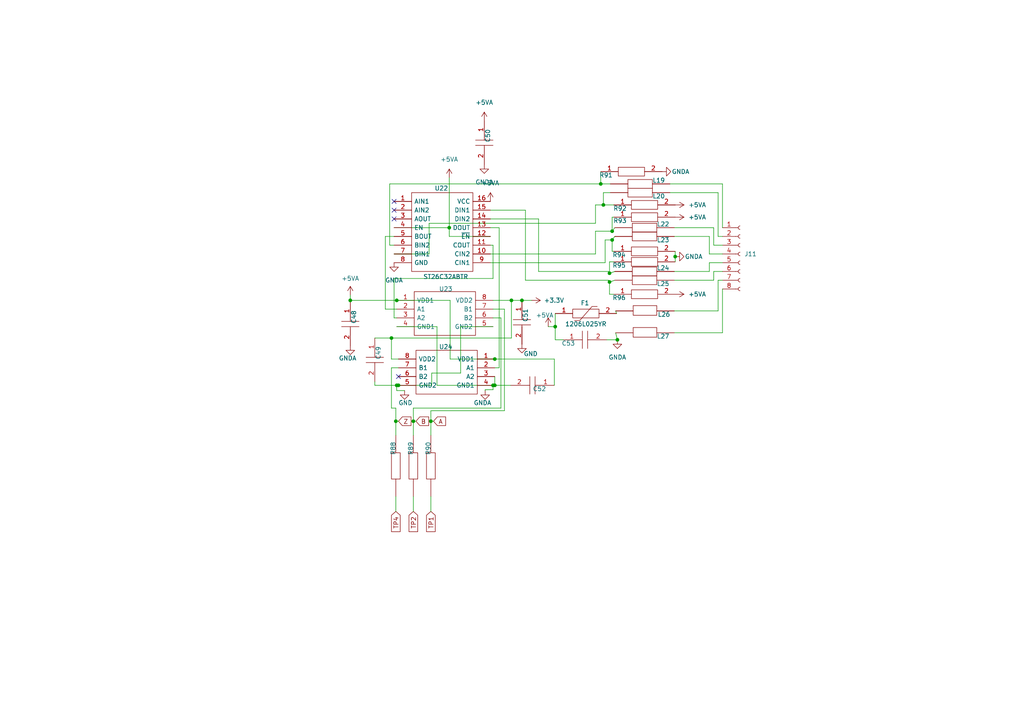
<source format=kicad_sch>
(kicad_sch (version 20230121) (generator eeschema)
  (paper "A4")
  (title_block (title "Encoder") (date "2023-02-24") (company "OPA Foundation"))
  (lib_symbols
    (symbol "1206L025YR:1206L025YR" (pin_names (offset 0.762))
      (property "Reference" "F" (at 13.97 6.35 0))
      (property "Value" "1206L025YR" (at 13.97 3.81 0))
      (symbol "1206L025YR_0_0"
        (pin passive line (at 0 0 0) (length 5.08) (name "~") (number "1"))
        (pin passive line (at 17.78 0 180) (length 5.08) (name "~") (number "2"))
      )
    )
    (symbol "BLM15HG102SN1D:BLM15HG102SN1D" (pin_numbers hide) (pin_names (offset 0.762) hide)
      (property "Reference" "FB?" (at 16.51 0.0001 0))
      (property "Value" "BLM15HG102SN1D" (at 16.51 -2.5399 0))
      (symbol "BLM15HG102SN1D_0_0"
        (pin passive line (at 0 0 0) (length 5.08) (name "1") (number "1"))
        (pin passive line (at 17.272 0 180) (length 5.08) (name "2") (number "2"))
      )
    )
    (symbol "BLM15HG102SN1D_1" (pin_numbers hide) (pin_names (offset 0.762) hide)
      (property "Reference" "FB?" (at 16.51 0.0001 0))
      (property "Value" "BLM15HG102SN1D_1" (at 16.51 -2.5399 0))
      (symbol "BLM15HG102SN1D_1_0_0"
        (pin passive line (at 0 0 0) (length 5.08) (name "1") (number "1"))
        (pin passive line (at 17.272 0 180) (length 5.08) (name "2") (number "2"))
      )
    )
    (symbol "BLM15HG102SN1D_2" (pin_numbers hide) (pin_names (offset 0.762) hide)
      (property "Reference" "FB?" (at 16.51 0.0001 0))
      (property "Value" "BLM15HG102SN1D_2" (at 16.51 -2.5399 0))
      (symbol "BLM15HG102SN1D_2_0_0"
        (pin passive line (at 0 0 0) (length 5.08) (name "1") (number "1"))
        (pin passive line (at 17.272 0 180) (length 5.08) (name "2") (number "2"))
      )
    )
    (symbol "BLM15HG102SN1D_3" (pin_numbers hide) (pin_names (offset 0.762) hide)
      (property "Reference" "FB?" (at 16.51 0.0001 0))
      (property "Value" "BLM15HG102SN1D_3" (at 16.51 -2.5399 0))
      (symbol "BLM15HG102SN1D_3_0_0"
        (pin passive line (at 0 0 0) (length 5.08) (name "1") (number "1"))
        (pin passive line (at 17.272 0 180) (length 5.08) (name "2") (number "2"))
      )
    )
    (symbol "BLM15HG102SN1D_4" (pin_numbers hide) (pin_names (offset 0.762) hide)
      (property "Reference" "FB?" (at 16.51 0.0001 0))
      (property "Value" "BLM15HG102SN1D_4" (at 16.51 -2.5399 0))
      (symbol "BLM15HG102SN1D_4_0_0"
        (pin passive line (at 0 0 0) (length 5.08) (name "1") (number "1"))
        (pin passive line (at 17.272 0 180) (length 5.08) (name "2") (number "2"))
      )
    )
    (symbol "BLM15HG102SN1D_5" (pin_numbers hide) (pin_names (offset 0.762) hide)
      (property "Reference" "FB?" (at 16.51 0.0001 0))
      (property "Value" "BLM15HG102SN1D_5" (at 16.51 -2.5399 0))
      (symbol "BLM15HG102SN1D_5_0_0"
        (pin passive line (at 0 0 0) (length 5.08) (name "1") (number "1"))
        (pin passive line (at 17.272 0 180) (length 5.08) (name "2") (number "2"))
      )
    )
    (symbol "Connector:Conn_01x08_Female" (pin_names (offset 1.016) hide)
      (property "Reference" "J" (at 0 10.16 0))
      (property "Value" "Conn_01x08_Female" (at 0 -12.7 0))
      (symbol "Conn_01x08_Female_1_1"
        (pin passive line (at -5.08 7.62 0) (length 3.81) (name "Pin_1") (number "1"))
        (pin passive line (at -5.08 5.08 0) (length 3.81) (name "Pin_2") (number "2"))
        (pin passive line (at -5.08 2.54 0) (length 3.81) (name "Pin_3") (number "3"))
        (pin passive line (at -5.08 0 0) (length 3.81) (name "Pin_4") (number "4"))
        (pin passive line (at -5.08 -2.54 0) (length 3.81) (name "Pin_5") (number "5"))
        (pin passive line (at -5.08 -5.08 0) (length 3.81) (name "Pin_6") (number "6"))
        (pin passive line (at -5.08 -7.62 0) (length 3.81) (name "Pin_7") (number "7"))
        (pin passive line (at -5.08 -10.16 0) (length 3.81) (name "Pin_8") (number "8"))
      )
    )
    (symbol "ERJ-3EKF1001V:ERJ-3EKF1001V" (pin_names (offset 0.762))
      (property "Reference" "R" (at 13.97 6.35 0))
      (property "Value" "ERJ-3EKF1001V" (at 13.97 3.81 0))
      (symbol "ERJ-3EKF1001V_0_0"
        (pin passive line (at 0 0 0) (length 5.08) (name "~") (number "1"))
        (pin passive line (at 17.78 0 180) (length 5.08) (name "~") (number "2"))
      )
    )
    (symbol "GRM155R71H104KE14D:GRM155R71H104KE14D" (pin_names (offset 0.762))
      (property "Reference" "C" (at 8.89 6.35 0))
      (property "Value" "GRM155R71H104KE14D" (at 8.89 3.81 0))
      (symbol "GRM155R71H104KE14D_0_0"
        (pin passive line (at 0 0 0) (length 5.08) (name "~") (number "1"))
        (pin passive line (at 12.7 0 180) (length 5.08) (name "~") (number "2"))
      )
    )
    (symbol "MPZ2012S331AT:MPZ2012S331AT" (pin_numbers hide) (pin_names (offset 0.762) hide)
      (property "Reference" "FB?" (at 16.51 0.0001 0))
      (property "Value" "MPZ2012S331AT" (at 16.51 -2.5399 0))
      (symbol "MPZ2012S331AT_0_0"
        (pin passive line (at 0 0 0) (length 5.08) (name "1") (number "1"))
        (pin passive line (at 17.018 0 180) (length 5.08) (name "2") (number "2"))
      )
    )
    (symbol "MPZ2012S331AT_1" (pin_numbers hide) (pin_names (offset 0.762) hide)
      (property "Reference" "FB?" (at 16.51 0.0001 0))
      (property "Value" "MPZ2012S331AT_1" (at 16.51 -2.5399 0))
      (symbol "MPZ2012S331AT_1_0_0"
        (pin passive line (at 0 0 0) (length 5.08) (name "1") (number "1"))
        (pin passive line (at 17.018 0 180) (length 5.08) (name "2") (number "2"))
      )
    )
    (symbol "RC0603JR-070RL:RC0603JR-070RL" (pin_numbers hide) (pin_names (offset 0.762) hide)
      (property "Reference" "R" (at 13.97 6.35 0))
      (property "Value" "RC0603JR-070RL" (at 13.97 3.81 0))
      (symbol "RC0603JR-070RL_0_0"
        (pin passive line (at 0 0 0) (length 5.08) (name "~") (number "1"))
        (pin passive line (at 17.78 0 180) (length 5.08) (name "~") (number "2"))
      )
    )
    (symbol "RC0603JR-070RL_1" (pin_numbers hide) (pin_names (offset 0.762) hide)
      (property "Reference" "R" (at 13.97 6.35 0))
      (property "Value" "RC0603JR-070RL_1" (at 13.97 3.81 0))
      (symbol "RC0603JR-070RL_1_0_0"
        (pin passive line (at 0 0 0) (length 5.08) (name "~") (number "1"))
        (pin passive line (at 17.78 0 180) (length 5.08) (name "~") (number "2"))
      )
    )
    (symbol "RC0603JR-070RL_2" (pin_numbers hide) (pin_names (offset 0.762) hide)
      (property "Reference" "R" (at 13.97 6.35 0))
      (property "Value" "RC0603JR-070RL_2" (at 13.97 3.81 0))
      (symbol "RC0603JR-070RL_2_0_0"
        (pin passive line (at 0 0 0) (length 5.08) (name "~") (number "1"))
        (pin passive line (at 17.78 0 180) (length 5.08) (name "~") (number "2"))
      )
    )
    (symbol "SI8620BB-B-ISR:SI8620BB-B-ISR" (pin_names (offset 0.762))
      (property "Reference" "AT" (at 24.13 7.62 0))
      (property "Value" "SI8620BB-B-ISR" (at 24.13 5.08 0))
      (symbol "SI8620BB-B-ISR_0_0"
        (pin passive line (at 0 0 0) (length 5.08) (name "VDD1") (number "1"))
        (pin passive line (at 0 -2.54 0) (length 5.08) (name "A1") (number "2"))
        (pin passive line (at 0 -5.08 0) (length 5.08) (name "A2") (number "3"))
        (pin passive line (at 0 -7.62 0) (length 5.08) (name "GND1") (number "4"))
        (pin passive line (at 27.94 -7.62 180) (length 5.08) (name "GND2") (number "5"))
        (pin passive line (at 27.94 -5.08 180) (length 5.08) (name "B2") (number "6"))
        (pin passive line (at 27.94 -2.54 180) (length 5.08) (name "B1") (number "7"))
        (pin passive line (at 27.94 0 180) (length 5.08) (name "VDD2") (number "8"))
      )
    )
    (symbol "ST26C32ABTR:ST26C32ABTR" (pin_names (offset 0.762))
      (property "Reference" "IC" (at 24.13 7.62 0))
      (property "Value" "ST26C32ABTR" (at 24.13 5.08 0))
      (symbol "ST26C32ABTR_0_0"
        (pin passive line (at 0 0 0) (length 5.08) (name "AIN1") (number "1"))
        (pin passive line (at 27.94 -15.24 180) (length 5.08) (name "CIN2") (number "10"))
        (pin passive line (at 27.94 -12.7 180) (length 5.08) (name "COUT") (number "11"))
        (pin passive line (at 27.94 -10.16 180) (length 5.08) (name "~{EN}") (number "12"))
        (pin passive line (at 27.94 -7.62 180) (length 5.08) (name "DOUT") (number "13"))
        (pin passive line (at 27.94 -5.08 180) (length 5.08) (name "DIN2") (number "14"))
        (pin passive line (at 27.94 -2.54 180) (length 5.08) (name "DIN1") (number "15"))
        (pin passive line (at 27.94 0 180) (length 5.08) (name "VCC") (number "16"))
        (pin passive line (at 0 -2.54 0) (length 5.08) (name "AIN2") (number "2"))
        (pin passive line (at 0 -5.08 0) (length 5.08) (name "AOUT") (number "3"))
        (pin passive line (at 0 -7.62 0) (length 5.08) (name "EN") (number "4"))
        (pin passive line (at 0 -10.16 0) (length 5.08) (name "BOUT") (number "5"))
        (pin passive line (at 0 -12.7 0) (length 5.08) (name "BIN2") (number "6"))
        (pin passive line (at 0 -15.24 0) (length 5.08) (name "BIN1") (number "7"))
        (pin passive line (at 0 -17.78 0) (length 5.08) (name "GND") (number "8"))
        (pin passive line (at 27.94 -17.78 180) (length 5.08) (name "CIN1") (number "9"))
      )
    )
    (symbol "power:+3.3V" (power) (pin_names (offset 0))
      (property "Value" "+3.3V" (at 0 3.556 0))
      (symbol "+3.3V_1_1"
        (pin power_in line (at 0 0 90) (length 0) hide (name "+3.3V") (number "1"))
      )
    )
    (symbol "power:+5VA" (power) (pin_names (offset 0))
      (property "Value" "+5VA" (at 0 3.556 0))
      (symbol "+5VA_1_1"
        (pin power_in line (at 0 0 90) (length 0) hide (name "+5VA") (number "1"))
      )
    )
    (symbol "power:GND" (power) (pin_names (offset 0))
      (property "Value" "GND" (at 0 -3.81 0))
      (symbol "GND_1_1"
        (pin power_in line (at 0 0 270) (length 0) hide (name "GND") (number "1"))
      )
    )
    (symbol "power:GNDA" (power) (pin_names (offset 0))
      (property "Value" "GNDA" (at 0 -3.81 0))
      (symbol "GNDA_1_1"
        (pin power_in line (at 0 0 270) (length 0) hide (name "GNDA") (number "1"))
      )
    )
  )
  (junction (at 177.546 67.056))
  (junction (at 175.006 59.436))
  (junction (at 174.244 53.34))
  (junction (at 115.062 111.76))
  (junction (at 115.57 111.76))
  (junction (at 176.784 81.788))
  (junction (at 177.546 69.596))
  (junction (at 114.808 122.174))
  (junction (at 124.968 122.174))
  (junction (at 130.302 66.04))
  (junction (at 148.336 87.122))
  (junction (at 176.784 79.248))
  (junction (at 195.834 74.422))
  (junction (at 151.384 87.122))
  (junction (at 101.6 87.122))
  (junction (at 119.888 122.174))
  (junction (at 161.036 94.742))
  (junction (at 143.51 111.76))
  (junction (at 179.07 98.552))
  (junction (at 115.062 87.122))
  (junction (at 143.002 111.76))
  (junction (at 143.51 104.14))
  (junction (at 113.538 98.044))
  (no_connect (at 115.57 109.22))
  (no_connect (at 114.3 58.42))
  (no_connect (at 114.3 60.96))
  (no_connect (at 114.3 63.5))
  (wire (pts (xy 113.03 53.34) (xy 174.244 53.34)))
  (wire (pts (xy 125.222 108.204) (xy 125.222 111.76)))
  (wire (pts (xy 176.784 81.788) (xy 178.308 81.28)))
  (wire (pts (xy 151.384 87.122) (xy 148.336 87.122)))
  (wire (pts (xy 124.968 122.174) (xy 125.73 122.174)))
  (wire (pts (xy 209.55 96.52) (xy 195.58 96.52)))
  (wire (pts (xy 130.302 68.58) (xy 130.302 66.04)))
  (wire (pts (xy 133.604 108.204) (xy 125.222 108.204)))
  (wire (pts (xy 114.808 118.364) (xy 114.808 122.174)))
  (wire (pts (xy 174.244 49.784) (xy 174.244 53.34)))
  (wire (pts (xy 108.712 111.76) (xy 115.062 111.76)))
  (wire (pts (xy 177.546 62.992) (xy 177.546 67.056)))
  (wire (pts (xy 148.336 87.122) (xy 143.002 87.122)))
  (wire (pts (xy 207.01 66.04) (xy 207.01 71.12)))
  (wire (pts (xy 207.01 71.12) (xy 209.55 71.12)))
  (wire (pts (xy 176.53 81.28) (xy 176.784 81.788)))
  (wire (pts (xy 142.24 76.2) (xy 175.514 76.2)))
  (wire (pts (xy 115.57 111.76) (xy 115.062 111.76)))
  (wire (pts (xy 144.78 106.68) (xy 143.51 106.68)))
  (wire (pts (xy 143.51 104.14) (xy 160.782 104.14)))
  (wire (pts (xy 144.78 66.04) (xy 144.78 106.68)))
  (wire (pts (xy 142.24 73.66) (xy 172.72 73.66)))
  (wire (pts (xy 145.288 92.202) (xy 145.288 118.364)))
  (wire (pts (xy 194.31 53.34) (xy 209.55 53.34)))
  (wire (pts (xy 205.74 78.74) (xy 205.74 76.2)))
  (wire (pts (xy 172.72 59.436) (xy 175.006 59.436)))
  (wire (pts (xy 178.308 78.74) (xy 176.784 79.248)))
  (wire (pts (xy 148.336 98.044) (xy 148.336 87.122)))
  (wire (pts (xy 114.808 122.174) (xy 115.57 122.174)))
  (wire (pts (xy 146.304 89.662) (xy 146.304 119.126)))
  (wire (pts (xy 113.03 53.34) (xy 113.03 71.12)))
  (wire (pts (xy 205.74 73.66) (xy 209.55 73.66)))
  (wire (pts (xy 209.55 83.82) (xy 209.55 96.52)))
  (wire (pts (xy 178.562 96.52) (xy 179.07 98.552)))
  (wire (pts (xy 175.006 59.436) (xy 178.054 59.436)))
  (wire (pts (xy 175.514 69.596) (xy 177.546 69.596)))
  (wire (pts (xy 195.834 72.898) (xy 195.834 74.422)))
  (wire (pts (xy 205.74 76.2) (xy 209.55 76.2)))
  (wire (pts (xy 161.036 94.742) (xy 161.036 98.552)))
  (wire (pts (xy 195.834 74.422) (xy 195.834 75.946)))
  (wire (pts (xy 195.58 66.04) (xy 207.01 66.04)))
  (wire (pts (xy 178.054 72.898) (xy 177.546 72.898)))
  (wire (pts (xy 124.968 119.126) (xy 124.968 122.174)))
  (wire (pts (xy 178.054 62.992) (xy 177.546 62.992)))
  (wire (pts (xy 125.222 111.76) (xy 115.57 111.76)))
  (wire (pts (xy 101.6 87.122) (xy 115.062 87.122)))
  (wire (pts (xy 101.6 87.122) (xy 101.6 87.63)))
  (wire (pts (xy 177.546 67.056) (xy 178.308 66.04)))
  (wire (pts (xy 142.24 63.5) (xy 156.21 63.5)))
  (wire (pts (xy 143.002 92.202) (xy 145.288 92.202)))
  (wire (pts (xy 111.76 68.58) (xy 111.76 89.662)))
  (wire (pts (xy 124.46 73.66) (xy 114.3 73.66)))
  (wire (pts (xy 207.01 78.74) (xy 209.55 78.74)))
  (wire (pts (xy 172.72 64.77) (xy 124.46 64.77)))
  (wire (pts (xy 208.28 81.28) (xy 209.55 81.28)))
  (wire (pts (xy 111.76 89.662) (xy 115.062 89.662)))
  (wire (pts (xy 161.036 94.742) (xy 159.004 94.742)))
  (wire (pts (xy 176.53 78.74) (xy 156.21 78.74)))
  (wire (pts (xy 130.556 104.14) (xy 143.51 104.14)))
  (wire (pts (xy 178.816 90.932) (xy 178.562 90.17)))
  (wire (pts (xy 208.28 68.58) (xy 209.55 68.58)))
  (wire (pts (xy 113.538 98.044) (xy 148.336 98.044)))
  (wire (pts (xy 142.24 71.12) (xy 143.002 71.12)))
  (wire (pts (xy 176.784 75.946) (xy 178.054 75.946)))
  (wire (pts (xy 124.968 122.174) (xy 124.968 126.238)))
  (wire (pts (xy 115.57 106.68) (xy 113.538 106.68)))
  (wire (pts (xy 154.178 87.122) (xy 151.384 87.122)))
  (wire (pts (xy 130.302 51.562) (xy 130.302 66.04)))
  (wire (pts (xy 108.712 110.744) (xy 108.712 111.76)))
  (wire (pts (xy 208.28 55.88) (xy 208.28 68.58)))
  (wire (pts (xy 114.3 66.04) (xy 130.302 66.04)))
  (wire (pts (xy 177.546 69.596) (xy 178.308 68.58)))
  (wire (pts (xy 195.58 90.17) (xy 208.28 90.17)))
  (wire (pts (xy 115.062 113.284) (xy 115.062 111.76)))
  (wire (pts (xy 195.58 78.74) (xy 205.74 78.74)))
  (wire (pts (xy 113.03 71.12) (xy 114.3 71.12)))
  (wire (pts (xy 133.604 94.742) (xy 133.604 108.204)))
  (wire (pts (xy 205.74 68.58) (xy 205.74 73.66)))
  (wire (pts (xy 175.514 76.2) (xy 175.514 69.596)))
  (wire (pts (xy 124.968 144.018) (xy 124.968 148.336)))
  (wire (pts (xy 140.716 113.03) (xy 140.716 113.284)))
  (wire (pts (xy 114.808 144.018) (xy 114.808 148.336)))
  (wire (pts (xy 126.746 94.742) (xy 126.746 111.76)))
  (wire (pts (xy 108.712 98.044) (xy 113.538 98.044)))
  (wire (pts (xy 101.6 85.598) (xy 101.6 87.122)))
  (wire (pts (xy 146.304 119.126) (xy 124.968 119.126)))
  (wire (pts (xy 115.062 94.742) (xy 126.746 94.742)))
  (wire (pts (xy 176.784 75.946) (xy 176.784 79.248)))
  (wire (pts (xy 174.244 53.34) (xy 177.038 53.34)))
  (wire (pts (xy 209.55 53.34) (xy 209.55 66.04)))
  (wire (pts (xy 113.538 106.68) (xy 113.538 118.364)))
  (wire (pts (xy 143.51 111.76) (xy 148.082 111.76)))
  (wire (pts (xy 176.784 85.344) (xy 176.784 81.788)))
  (wire (pts (xy 119.888 122.174) (xy 119.888 126.238)))
  (wire (pts (xy 119.888 144.018) (xy 119.888 148.336)))
  (wire (pts (xy 126.746 111.76) (xy 143.002 111.76)))
  (wire (pts (xy 143.002 71.12) (xy 143.002 80.772)))
  (wire (pts (xy 194.31 55.88) (xy 208.28 55.88)))
  (wire (pts (xy 176.022 98.552) (xy 179.07 98.552)))
  (wire (pts (xy 172.72 67.056) (xy 177.546 67.056)))
  (wire (pts (xy 143.51 109.22) (xy 143.51 111.76)))
  (wire (pts (xy 114.808 122.174) (xy 114.808 126.238)))
  (wire (pts (xy 143.002 94.742) (xy 133.604 94.742)))
  (wire (pts (xy 124.46 64.77) (xy 124.46 73.66)))
  (wire (pts (xy 175.006 55.88) (xy 175.006 59.436)))
  (wire (pts (xy 208.28 90.17) (xy 208.28 81.28)))
  (wire (pts (xy 119.888 118.364) (xy 119.888 122.174)))
  (wire (pts (xy 117.348 113.284) (xy 115.062 113.284)))
  (wire (pts (xy 207.01 81.28) (xy 207.01 78.74)))
  (wire (pts (xy 113.538 98.044) (xy 113.538 104.14)))
  (wire (pts (xy 113.538 118.364) (xy 114.808 118.364)))
  (wire (pts (xy 114.3 80.772) (xy 114.3 92.202)))
  (wire (pts (xy 111.76 68.58) (xy 114.3 68.58)))
  (wire (pts (xy 143.002 111.76) (xy 143.002 113.03)))
  (wire (pts (xy 119.888 122.174) (xy 120.65 122.174)))
  (wire (pts (xy 143.002 89.662) (xy 146.304 89.662)))
  (wire (pts (xy 172.72 59.436) (xy 172.72 64.77)))
  (wire (pts (xy 161.036 90.932) (xy 161.036 94.742)))
  (wire (pts (xy 176.53 78.74) (xy 176.784 79.248)))
  (wire (pts (xy 160.782 111.76) (xy 160.782 104.14)))
  (wire (pts (xy 195.58 81.28) (xy 207.01 81.28)))
  (wire (pts (xy 177.038 55.88) (xy 175.006 55.88)))
  (wire (pts (xy 130.556 87.122) (xy 130.556 104.14)))
  (wire (pts (xy 142.24 60.96) (xy 152.4 60.96)))
  (wire (pts (xy 114.3 92.202) (xy 115.062 92.202)))
  (wire (pts (xy 152.4 60.96) (xy 152.4 81.28)))
  (wire (pts (xy 156.21 63.5) (xy 156.21 78.74)))
  (wire (pts (xy 172.72 73.66) (xy 172.72 67.056)))
  (wire (pts (xy 161.036 98.552) (xy 163.322 98.552)))
  (wire (pts (xy 140.716 113.03) (xy 143.002 113.03)))
  (wire (pts (xy 178.054 85.344) (xy 176.784 85.344)))
  (wire (pts (xy 142.24 66.04) (xy 144.78 66.04)))
  (wire (pts (xy 143.002 80.772) (xy 114.3 80.772)))
  (wire (pts (xy 177.546 69.596) (xy 177.546 72.898)))
  (wire (pts (xy 115.062 87.122) (xy 130.556 87.122)))
  (wire (pts (xy 145.288 118.364) (xy 119.888 118.364)))
  (wire (pts (xy 115.57 104.14) (xy 113.538 104.14)))
  (wire (pts (xy 195.58 68.58) (xy 205.74 68.58)))
  (wire (pts (xy 142.24 68.58) (xy 130.302 68.58)))
  (wire (pts (xy 143.002 111.76) (xy 143.51 111.76)))
  (wire (pts (xy 152.4 81.28) (xy 176.53 81.28)))
  (global_label "Z" (shape input) (at 115.57 122.174 0) (property "Intersheetrefs" "${INTERSHEET_REFS}" (effects hide)))
  (global_label "TP2" (shape input) (at 119.888 148.336 270) (property "Intersheetrefs" "${INTERSHEET_REFS}" (effects hide)))
  (global_label "B" (shape input) (at 120.65 122.174 0) (property "Intersheetrefs" "${INTERSHEET_REFS}" (effects hide)))
  (global_label "A" (shape input) (at 125.73 122.174 0) (property "Intersheetrefs" "${INTERSHEET_REFS}" (effects hide)))
  (global_label "TP4" (shape input) (at 114.808 148.336 270) (property "Intersheetrefs" "${INTERSHEET_REFS}" (effects hide)))
  (global_label "TP1" (shape input) (at 124.968 148.336 270) (property "Intersheetrefs" "${INTERSHEET_REFS}" (effects hide)))
  (symbol (lib_id "power:GND") (at 151.384 99.822 0) (unit 1)
    (property "Reference" "#PWR068" (effects hide))
    (property "Value" "GND" (at 153.924 102.616 0))
    (instances (project "OpenPLC_Hardware" (path "" (reference "#PWR070") (unit 1))))
  )
  (symbol (lib_id "power:GNDA") (at 195.834 74.422 90) (unit 1)
    (property "Reference" "#PWR075" (effects hide))
    (property "Value" "GNDA" (at 198.628 74.422 90) (effects (justify right)))
    (instances (project "OpenPLC_Hardware" (path "" (reference "#PWR0149") (unit 1))))
  )
  (symbol (lib_name "MPZ2012S331AT_1") (lib_id "MPZ2012S331AT:MPZ2012S331AT") (at 178.562 90.17 0) (unit 1)
    (property "Reference" "L19" (at 190.754 91.186 0) (effects (justify left)))
    (property "Value" "MPZ2012S331AT000" (effects hide))
    (property "Footprint" "footprints:INDC2012X105N" (effects hide))
    (property "Datasheet" "https://datasheet.datasheetarchive.com/originals/distributors/SFDatasheet-3/sf-00062318.pdf" (effects hide))
    (property "Description" "MPZ series 0805 SMD chip bead 330R 2.5A TDK High Current Chip Power Line Bead, 2 x 1.25 x 0.85mm" (effects hide))
    (property "Height" "1.05" (effects hide))
    (property "Manufacturer_Name" "TDK" (effects hide))
    (property "Manufacturer_Part_Number" "MPZ2012S331AT" (effects hide))
    (property "Mouser Part Number" "N/A" (effects hide))
    (property "Mouser Price/Stock" "http://www.mouser.com/Search/ProductDetail.aspx?qs=cdpe0LUyr8BsVfVjhc2Cow%3d%3d" (effects hide))
    (property "Arrow Part Number" "MPZ2012S331AT" (effects hide))
    (property "Arrow Price/Stock" "https://www.arrow.com/en/products/mpz2012s331at/tdk" (effects hide))
    (instances (project "OpenPLC_Hardware" (path "" (reference "L26") (unit 1))))
  )
  (symbol (lib_id "power:+5VA") (at 195.834 85.344 270) (unit 1)
    (property "Reference" "#PWR076" (effects hide))
    (property "Value" "+5VA" (at 199.644 85.3439 90) (effects (justify left)))
    (instances (project "OpenPLC_Hardware" (path "" (reference "#PWR0150") (unit 1))))
  )
  (symbol (lib_id "ST26C32ABTR:ST26C32ABTR") (at 114.3 58.42 0) (unit 1)
    (property "Reference" "U22" (at 128.016 54.61 0))
    (property "Value" "ST26C32ABTR" (at 129.286 80.264 0))
    (property "Footprint" "footprints:SOP65P640X120-16N" (effects hide))
    (property "Datasheet" "https://datasheet.datasheetarchive.com/originals/distributors/Datasheets-5/DSA-99407.pdf" (effects hide))
    (property "Description" "ST26C32ABTR, Quad Line Receiver, EIA-423, EIA-422, RS-423, RS-422, 20Mbit/s Differential 5 V 16-Pin TSSOP" (effects hide))
    (property "Height" "1.2" (effects hide))
    (property "Manufacturer_Name" "STMicroelectronics" (effects hide))
    (property "Manufacturer_Part_Number" "ST26C32ABTR" (effects hide))
    (property "Mouser Part Number" "511-ST26C32AB" (effects hide))
    (property "Mouser Price/Stock" "https://www.mouser.co.uk/ProductDetail/STMicroelectronics/ST26C32ABTR?qs=4MjE2YE1uWo9cNvuXIid3g%3D%3D" (effects hide))
    (property "Arrow Part Number" "ST26C32ABTR" (effects hide))
    (property "Arrow Price/Stock" "https://www.arrow.com/en/products/st26c32abtr/stmicroelectronics" (effects hide))
  )
  (symbol (lib_id "ERJ-3EKF1001V:ERJ-3EKF1001V") (at 178.054 75.946 0) (unit 1)
    (property "Reference" "R95" (at 179.578 76.962 0))
    (property "Value" "ERJ-3EKF1001V" (effects hide))
    (property "Footprint" "Resistor_SMD:R_0603_1608Metric" (effects hide))
    (property "Datasheet" "https://industrial.panasonic.com/cdbs/www-data/pdf/RDA0000/AOA0000C304.pdf" (effects hide))
    (property "Description" "Thick Film 0603 resistor 1K00 100mW 1% Panasonic ERJ3EK Series Precision Thick Film Surface Mount Resistor 0603 Case 1kOhm  /-1% 0.1W  /-100ppm/degC" (effects hide))
    (property "Height" "0.55" (effects hide))
    (property "Manufacturer_Name" "Panasonic" (effects hide))
    (property "Manufacturer_Part_Number" "ERJ-3EKF1001V" (effects hide))
    (property "Mouser Part Number" "667-ERJ-3EKF1001V" (effects hide))
    (property "Mouser Price/Stock" "https://www.mouser.co.uk/ProductDetail/Panasonic/ERJ-3EKF1001V?qs=H7k1u0Mp9JTM8yQxOuvoDg%3D%3D" (effects hide))
    (property "Arrow Part Number" "ERJ-3EKF1001V" (effects hide))
    (property "Arrow Price/Stock" "https://www.arrow.com/en/products/erj-3ekf1001v/panasonic?region=nac" (effects hide))
  )
  (symbol (lib_id "power:+5VA") (at 195.834 59.436 270) (unit 1)
    (property "Reference" "#PWR073" (effects hide))
    (property "Value" "+5VA" (at 199.644 59.4359 90) (effects (justify left)))
    (instances (project "OpenPLC_Hardware" (path "" (reference "#PWR075") (unit 1))))
  )
  (symbol (lib_name "BLM15HG102SN1D_2") (lib_id "BLM15HG102SN1D:BLM15HG102SN1D") (at 178.308 78.74 0) (unit 1)
    (property "Reference" "L26" (at 190.5 77.724 0) (effects (justify left)))
    (property "Value" "BLM15HG102SN1D" (effects hide))
    (property "Footprint" "footprints:BEADC1005X55N" (effects hide))
    (property "Datasheet" "https://www.murata.com/en-sg/products/productdetail?partno=BLM15HG102SN1%23" (effects hide))
    (property "Description" "Signal Line Ferrite Bead 0402 (1005 Metric) 250mA 1.1Ohm" (effects hide))
    (property "Height" "0.55" (effects hide))
    (property "Manufacturer_Name" "Murata Electronics" (effects hide))
    (property "Manufacturer_Part_Number" "BLM15HG102SN1D" (effects hide))
    (property "Mouser Part Number" "81-BLM15HG102SN1D" (effects hide))
    (property "Mouser Price/Stock" "https://www.mouser.co.uk/ProductDetail/Murata-Electronics/BLM15HG102SN1D?qs=0VEDk56ETTrZdRaCPp1njw%3D%3D" (effects hide))
    (property "Arrow Part Number" "BLM15HG102SN1D" (effects hide))
    (property "Arrow Price/Stock" "https://www.arrow.com/en/products/blm15hg102sn1d/murata-manufacturing?region=nac" (effects hide))
    (instances (project "OpenPLC_Hardware" (path "" (reference "L24") (unit 1))))
  )
  (symbol (lib_id "GRM155R71H104KE14D:GRM155R71H104KE14D") (at 101.6 87.63 90) (mirror x) (unit 1)
    (property "Reference" "C48" (at 102.616 91.948 0))
    (property "Value" "GRM155R71H104KE14D" (effects hide))
    (property "Footprint" "Capacitor_SMD:C_0402_1005Metric" (effects hide))
    (property "Datasheet" "https://datasheet.datasheetarchive.com/originals/distributors/DKDS-10/191322.pdf" (effects hide))
    (property "Description" "Multilayer Ceramic Capacitors MLCC - SMD/SMT 0402 0.1uF 50volts X7R 10%" (effects hide))
    (property "Height" "0.55" (effects hide))
    (property "Manufacturer_Name" "Murata Electronics" (effects hide))
    (property "Manufacturer_Part_Number" "GRM155R71H104KE14D" (effects hide))
    (property "Mouser Part Number" "81-GRM155R71H104KE4D" (effects hide))
    (property "Mouser Price/Stock" "https://www.mouser.co.uk/ProductDetail/Murata-Electronics/GRM155R71H104KE14D?qs=2UZY3JfgLCy9gG9icKV9Yg%3D%3D" (effects hide))
    (property "Arrow Part Number" "GRM155R71H104KE14D" (effects hide))
    (property "Arrow Price/Stock" "https://www.arrow.com/en/products/grm155r71h104ke14d/murata-manufacturing?region=nac" (effects hide))
  )
  (symbol (lib_id "GRM155R71H104KE14D:GRM155R71H104KE14D") (at 108.712 98.044 90) (mirror x) (unit 1)
    (property "Reference" "C49" (at 109.728 102.362 0))
    (property "Value" "GRM155R71H104KE14D" (effects hide))
    (property "Footprint" "Capacitor_SMD:C_0402_1005Metric" (effects hide))
    (property "Datasheet" "https://datasheet.datasheetarchive.com/originals/distributors/DKDS-10/191322.pdf" (effects hide))
    (property "Description" "Multilayer Ceramic Capacitors MLCC - SMD/SMT 0402 0.1uF 50volts X7R 10%" (effects hide))
    (property "Height" "0.55" (effects hide))
    (property "Manufacturer_Name" "Murata Electronics" (effects hide))
    (property "Manufacturer_Part_Number" "GRM155R71H104KE14D" (effects hide))
    (property "Mouser Part Number" "81-GRM155R71H104KE4D" (effects hide))
    (property "Mouser Price/Stock" "https://www.mouser.co.uk/ProductDetail/Murata-Electronics/GRM155R71H104KE14D?qs=2UZY3JfgLCy9gG9icKV9Yg%3D%3D" (effects hide))
    (property "Arrow Part Number" "GRM155R71H104KE14D" (effects hide))
    (property "Arrow Price/Stock" "https://www.arrow.com/en/products/grm155r71h104ke14d/murata-manufacturing?region=nac" (effects hide))
  )
  (symbol (lib_id "power:GNDA") (at 179.07 98.552 0) (unit 1)
    (property "Reference" "#PWR071" (effects hide))
    (property "Value" "GNDA" (at 179.07 103.632 0))
    (instances (project "OpenPLC_Hardware" (path "" (reference "#PWR073") (unit 1))))
  )
  (symbol (lib_id "1206L025YR:1206L025YR") (at 161.036 90.932 0) (unit 1)
    (property "Reference" "F1" (at 169.672 87.884 0))
    (property "Value" "1206L025YR" (at 169.926 93.98 0))
    (property "Footprint" "footprints:FUSC3216X100N" (effects hide))
    (property "Datasheet" "http://www.littelfuse.com/~/media/electronics/datasheets/resettable_ptcs/littelfuse_ptc_1206l_datasheet.pdf.pdf" (effects hide))
    (property "Description" "Resettable POLYFUSE 100A 16V Littelfuse 0.25A Surface Mount Resettable Fuse, 16 V dc" (effects hide))
    (property "Height" "1" (effects hide))
    (property "Manufacturer_Name" "LITTELFUSE" (effects hide))
    (property "Manufacturer_Part_Number" "1206L025YR" (effects hide))
    (property "Mouser Part Number" "576-1206L025YR" (effects hide))
    (property "Mouser Price/Stock" "https://www.mouser.co.uk/ProductDetail/Littelfuse/1206L025YR?qs=PWhpLWeW8wedgRREX8zxcg%3D%3D" (effects hide))
    (property "Arrow Part Number" "1206L025YR" (effects hide))
    (property "Arrow Price/Stock" "https://www.arrow.com/en/products/1206l025yr/littelfuse?region=europe" (effects hide))
  )
  (symbol (lib_id "power:GND") (at 117.348 113.284 0) (unit 1)
    (property "Reference" "#PWR063" (effects hide))
    (property "Value" "GND" (at 117.602 116.84 0))
    (instances (project "OpenPLC_Hardware" (path "" (reference "#PWR064") (unit 1))))
  )
  (symbol (lib_id "ERJ-3EKF1001V:ERJ-3EKF1001V") (at 174.244 49.784 0) (unit 1)
    (property "Reference" "R91" (at 175.768 50.8 0))
    (property "Value" "ERJ-3EKF1001V" (effects hide))
    (property "Footprint" "Resistor_SMD:R_0603_1608Metric" (effects hide))
    (property "Datasheet" "https://industrial.panasonic.com/cdbs/www-data/pdf/RDA0000/AOA0000C304.pdf" (effects hide))
    (property "Description" "Thick Film 0603 resistor 1K00 100mW 1% Panasonic ERJ3EK Series Precision Thick Film Surface Mount Resistor 0603 Case 1kOhm  /-1% 0.1W  /-100ppm/degC" (effects hide))
    (property "Height" "0.55" (effects hide))
    (property "Manufacturer_Name" "Panasonic" (effects hide))
    (property "Manufacturer_Part_Number" "ERJ-3EKF1001V" (effects hide))
    (property "Mouser Part Number" "667-ERJ-3EKF1001V" (effects hide))
    (property "Mouser Price/Stock" "https://www.mouser.co.uk/ProductDetail/Panasonic/ERJ-3EKF1001V?qs=H7k1u0Mp9JTM8yQxOuvoDg%3D%3D" (effects hide))
    (property "Arrow Part Number" "ERJ-3EKF1001V" (effects hide))
    (property "Arrow Price/Stock" "https://www.arrow.com/en/products/erj-3ekf1001v/panasonic?region=nac" (effects hide))
  )
  (symbol (lib_id "GRM155R71H104KE14D:GRM155R71H104KE14D") (at 140.462 35.052 90) (mirror x) (unit 1)
    (property "Reference" "C50" (at 141.478 39.37 0))
    (property "Value" "GRM155R71H104KE14D" (effects hide))
    (property "Footprint" "Capacitor_SMD:C_0402_1005Metric" (effects hide))
    (property "Datasheet" "https://datasheet.datasheetarchive.com/originals/distributors/DKDS-10/191322.pdf" (effects hide))
    (property "Description" "Multilayer Ceramic Capacitors MLCC - SMD/SMT 0402 0.1uF 50volts X7R 10%" (effects hide))
    (property "Height" "0.55" (effects hide))
    (property "Manufacturer_Name" "Murata Electronics" (effects hide))
    (property "Manufacturer_Part_Number" "GRM155R71H104KE14D" (effects hide))
    (property "Mouser Part Number" "81-GRM155R71H104KE4D" (effects hide))
    (property "Mouser Price/Stock" "https://www.mouser.co.uk/ProductDetail/Murata-Electronics/GRM155R71H104KE14D?qs=2UZY3JfgLCy9gG9icKV9Yg%3D%3D" (effects hide))
    (property "Arrow Part Number" "GRM155R71H104KE14D" (effects hide))
    (property "Arrow Price/Stock" "https://www.arrow.com/en/products/grm155r71h104ke14d/murata-manufacturing?region=nac" (effects hide))
  )
  (symbol (lib_id "ERJ-3EKF1001V:ERJ-3EKF1001V") (at 178.054 59.436 0) (unit 1)
    (property "Reference" "R92" (at 179.832 60.452 0))
    (property "Value" "ERJ-3EKF1001V" (effects hide))
    (property "Footprint" "Resistor_SMD:R_0603_1608Metric" (effects hide))
    (property "Datasheet" "https://industrial.panasonic.com/cdbs/www-data/pdf/RDA0000/AOA0000C304.pdf" (effects hide))
    (property "Description" "Thick Film 0603 resistor 1K00 100mW 1% Panasonic ERJ3EK Series Precision Thick Film Surface Mount Resistor 0603 Case 1kOhm  /-1% 0.1W  /-100ppm/degC" (effects hide))
    (property "Height" "0.55" (effects hide))
    (property "Manufacturer_Name" "Panasonic" (effects hide))
    (property "Manufacturer_Part_Number" "ERJ-3EKF1001V" (effects hide))
    (property "Mouser Part Number" "667-ERJ-3EKF1001V" (effects hide))
    (property "Mouser Price/Stock" "https://www.mouser.co.uk/ProductDetail/Panasonic/ERJ-3EKF1001V?qs=H7k1u0Mp9JTM8yQxOuvoDg%3D%3D" (effects hide))
    (property "Arrow Part Number" "ERJ-3EKF1001V" (effects hide))
    (property "Arrow Price/Stock" "https://www.arrow.com/en/products/erj-3ekf1001v/panasonic?region=nac" (effects hide))
  )
  (symbol (lib_id "SI8620BB-B-ISR:SI8620BB-B-ISR") (at 143.51 104.14 0) (mirror y) (unit 1)
    (property "Reference" "U24" (at 129.286 100.584 0))
    (property "Value" "SI8620BB-B-ISR" (effects hide))
    (property "Footprint" "footprints:SOIC127P600X175-8N" (effects hide))
    (property "Datasheet" "https://www.silabs.com/documents/public/data-sheets/si861x-2x-datasheet.pdf" (effects hide))
    (property "Description" "SILICON LABS - SI8620BB-B-ISR - Digital Isolator, 2 Channel, 8 ns, 2.5 V, 5.5 V, SOIC, 8 Pins" (effects hide))
    (property "Height" "1.75" (effects hide))
    (property "Manufacturer_Name" "Silicon Labs" (effects hide))
    (property "Manufacturer_Part_Number" "SI8620BB-B-ISR" (effects hide))
    (property "Mouser Part Number" "634-SI8620BB-B-ISR" (effects hide))
    (property "Mouser Price/Stock" "https://www.mouser.co.uk/ProductDetail/Silicon-Labs/SI8620BB-B-ISR?qs=j6MGy4L9yX3UqdNjYI%2FCRQ%3D%3D" (effects hide))
    (property "Arrow Part Number" "SI8620BB-B-ISR" (effects hide))
    (property "Arrow Price/Stock" "https://www.arrow.com/en/products/si8620bb-b-isr/silicon-labs" (effects hide))
  )
  (symbol (lib_id "ERJ-3EKF1001V:ERJ-3EKF1001V") (at 178.054 62.992 0) (unit 1)
    (property "Reference" "R93" (at 179.832 64.008 0))
    (property "Value" "ERJ-3EKF1001V" (effects hide))
    (property "Footprint" "Resistor_SMD:R_0603_1608Metric" (effects hide))
    (property "Datasheet" "https://industrial.panasonic.com/cdbs/www-data/pdf/RDA0000/AOA0000C304.pdf" (effects hide))
    (property "Description" "Thick Film 0603 resistor 1K00 100mW 1% Panasonic ERJ3EK Series Precision Thick Film Surface Mount Resistor 0603 Case 1kOhm  /-1% 0.1W  /-100ppm/degC" (effects hide))
    (property "Height" "0.55" (effects hide))
    (property "Manufacturer_Name" "Panasonic" (effects hide))
    (property "Manufacturer_Part_Number" "ERJ-3EKF1001V" (effects hide))
    (property "Mouser Part Number" "667-ERJ-3EKF1001V" (effects hide))
    (property "Mouser Price/Stock" "https://www.mouser.co.uk/ProductDetail/Panasonic/ERJ-3EKF1001V?qs=H7k1u0Mp9JTM8yQxOuvoDg%3D%3D" (effects hide))
    (property "Arrow Part Number" "ERJ-3EKF1001V" (effects hide))
    (property "Arrow Price/Stock" "https://www.arrow.com/en/products/erj-3ekf1001v/panasonic?region=nac" (effects hide))
  )
  (symbol (lib_id "MPZ2012S331AT:MPZ2012S331AT") (at 178.562 96.52 0) (unit 1)
    (property "Reference" "L20" (at 190.5 97.536 0) (effects (justify left)))
    (property "Value" "MPZ2012S331AT000" (effects hide))
    (property "Footprint" "footprints:INDC2012X105N" (effects hide))
    (property "Datasheet" "https://datasheet.datasheetarchive.com/originals/distributors/SFDatasheet-3/sf-00062318.pdf" (effects hide))
    (property "Description" "MPZ series 0805 SMD chip bead 330R 2.5A TDK High Current Chip Power Line Bead, 2 x 1.25 x 0.85mm" (effects hide))
    (property "Height" "1.05" (effects hide))
    (property "Manufacturer_Name" "TDK" (effects hide))
    (property "Manufacturer_Part_Number" "MPZ2012S331AT" (effects hide))
    (property "Mouser Part Number" "N/A" (effects hide))
    (property "Mouser Price/Stock" "http://www.mouser.com/Search/ProductDetail.aspx?qs=cdpe0LUyr8BsVfVjhc2Cow%3d%3d" (effects hide))
    (property "Arrow Part Number" "MPZ2012S331AT" (effects hide))
    (property "Arrow Price/Stock" "https://www.arrow.com/en/products/mpz2012s331at/tdk" (effects hide))
    (instances (project "OpenPLC_Hardware" (path "" (reference "L27") (unit 1))))
  )
  (symbol (lib_id "ERJ-3EKF1001V:ERJ-3EKF1001V") (at 178.054 72.898 0) (unit 1)
    (property "Reference" "R94" (at 179.578 73.914 0))
    (property "Value" "ERJ-3EKF1001V" (effects hide))
    (property "Footprint" "Resistor_SMD:R_0603_1608Metric" (effects hide))
    (property "Datasheet" "https://industrial.panasonic.com/cdbs/www-data/pdf/RDA0000/AOA0000C304.pdf" (effects hide))
    (property "Description" "Thick Film 0603 resistor 1K00 100mW 1% Panasonic ERJ3EK Series Precision Thick Film Surface Mount Resistor 0603 Case 1kOhm  /-1% 0.1W  /-100ppm/degC" (effects hide))
    (property "Height" "0.55" (effects hide))
    (property "Manufacturer_Name" "Panasonic" (effects hide))
    (property "Manufacturer_Part_Number" "ERJ-3EKF1001V" (effects hide))
    (property "Mouser Part Number" "667-ERJ-3EKF1001V" (effects hide))
    (property "Mouser Price/Stock" "https://www.mouser.co.uk/ProductDetail/Panasonic/ERJ-3EKF1001V?qs=H7k1u0Mp9JTM8yQxOuvoDg%3D%3D" (effects hide))
    (property "Arrow Part Number" "ERJ-3EKF1001V" (effects hide))
    (property "Arrow Price/Stock" "https://www.arrow.com/en/products/erj-3ekf1001v/panasonic?region=nac" (effects hide))
  )
  (symbol (lib_id "power:+5VA") (at 140.462 35.052 0) (unit 1)
    (property "Reference" "#PWR065" (effects hide))
    (property "Value" "+5VA" (at 140.462 29.718 0))
    (instances (project "OpenPLC_Hardware" (path "" (reference "#PWR066") (unit 1))))
  )
  (symbol (lib_id "Connector:Conn_01x08_Female") (at 214.63 73.66 0) (unit 1)
    (property "Reference" "J11" (at 215.9 73.6599 0) (effects (justify left)))
    (property "Value" "5441391" (effects hide))
    (property "Footprint" "footprints:SHDRRA8W83P0X350_1X8_2940X920X755P" (effects hide))
  )
  (symbol (lib_id "power:GNDA") (at 192.024 49.784 90) (unit 1)
    (property "Reference" "#PWR072" (effects hide))
    (property "Value" "GNDA" (at 194.818 49.784 90) (effects (justify right)))
    (instances (project "OpenPLC_Hardware" (path "" (reference "#PWR074") (unit 1))))
  )
  (symbol (lib_id "power:+5VA") (at 142.24 58.42 0) (unit 1)
    (property "Reference" "#PWR0233" (effects hide))
    (property "Value" "+5VA" (at 142.24 53.086 0))
    (instances (project "OpenPLC_Hardware" (path "" (reference "#PWR069") (unit 1))))
  )
  (symbol (lib_name "BLM15HG102SN1D_3") (lib_id "BLM15HG102SN1D:BLM15HG102SN1D") (at 178.308 68.58 0) (unit 1)
    (property "Reference" "L25" (at 190.5 69.596 0) (effects (justify left)))
    (property "Value" "BLM15HG102SN1D" (effects hide))
    (property "Footprint" "footprints:BEADC1005X55N" (effects hide))
    (property "Datasheet" "https://www.murata.com/en-sg/products/productdetail?partno=BLM15HG102SN1%23" (effects hide))
    (property "Description" "Signal Line Ferrite Bead 0402 (1005 Metric) 250mA 1.1Ohm" (effects hide))
    (property "Height" "0.55" (effects hide))
    (property "Manufacturer_Name" "Murata Electronics" (effects hide))
    (property "Manufacturer_Part_Number" "BLM15HG102SN1D" (effects hide))
    (property "Mouser Part Number" "81-BLM15HG102SN1D" (effects hide))
    (property "Mouser Price/Stock" "https://www.mouser.co.uk/ProductDetail/Murata-Electronics/BLM15HG102SN1D?qs=0VEDk56ETTrZdRaCPp1njw%3D%3D" (effects hide))
    (property "Arrow Part Number" "BLM15HG102SN1D" (effects hide))
    (property "Arrow Price/Stock" "https://www.arrow.com/en/products/blm15hg102sn1d/murata-manufacturing?region=nac" (effects hide))
    (instances (project "OpenPLC_Hardware" (path "" (reference "L23") (unit 1))))
  )
  (symbol (lib_id "power:GNDA") (at 114.3 76.2 0) (unit 1)
    (property "Reference" "#PWR0225" (effects hide))
    (property "Value" "GNDA" (at 114.3 81.28 0))
    (instances (project "OpenPLC_Hardware" (path "" (reference "#PWR063") (unit 1))))
  )
  (symbol (lib_id "power:+5VA") (at 195.834 62.992 270) (unit 1)
    (property "Reference" "#PWR074" (effects hide))
    (property "Value" "+5VA" (at 199.644 62.9919 90) (effects (justify left)))
    (instances (project "OpenPLC_Hardware" (path "" (reference "#PWR076") (unit 1))))
  )
  (symbol (lib_id "power:GNDA") (at 101.6 100.33 0) (unit 1)
    (property "Reference" "#PWR062" (effects hide))
    (property "Value" "GNDA" (at 100.838 103.886 0))
  )
  (symbol (lib_id "power:GNDA") (at 140.462 47.752 0) (unit 1)
    (property "Reference" "#PWR066" (effects hide))
    (property "Value" "GNDA" (at 140.462 52.832 0))
    (instances (project "OpenPLC_Hardware" (path "" (reference "#PWR067") (unit 1))))
  )
  (symbol (lib_id "GRM155R71H104KE14D:GRM155R71H104KE14D") (at 163.322 98.552 0) (mirror x) (unit 1)
    (property "Reference" "C53" (at 164.846 99.568 0))
    (property "Value" "GRM155R71H104KE14D" (effects hide))
    (property "Footprint" "Capacitor_SMD:C_0402_1005Metric" (effects hide))
    (property "Datasheet" "https://datasheet.datasheetarchive.com/originals/distributors/DKDS-10/191322.pdf" (effects hide))
    (property "Description" "Multilayer Ceramic Capacitors MLCC - SMD/SMT 0402 0.1uF 50volts X7R 10%" (effects hide))
    (property "Height" "0.55" (effects hide))
    (property "Manufacturer_Name" "Murata Electronics" (effects hide))
    (property "Manufacturer_Part_Number" "GRM155R71H104KE14D" (effects hide))
    (property "Mouser Part Number" "81-GRM155R71H104KE4D" (effects hide))
    (property "Mouser Price/Stock" "https://www.mouser.co.uk/ProductDetail/Murata-Electronics/GRM155R71H104KE14D?qs=2UZY3JfgLCy9gG9icKV9Yg%3D%3D" (effects hide))
    (property "Arrow Part Number" "GRM155R71H104KE14D" (effects hide))
    (property "Arrow Price/Stock" "https://www.arrow.com/en/products/grm155r71h104ke14d/murata-manufacturing?region=nac" (effects hide))
  )
  (symbol (lib_id "power:GNDA") (at 140.716 113.284 0) (unit 1)
    (property "Reference" "#PWR067" (effects hide))
    (property "Value" "GNDA" (at 139.954 116.84 0))
    (instances (project "OpenPLC_Hardware" (path "" (reference "#PWR068") (unit 1))))
  )
  (symbol (lib_name "RC0603JR-070RL_2") (lib_id "RC0603JR-070RL:RC0603JR-070RL") (at 119.888 126.238 90) (mirror x) (unit 1)
    (property "Reference" "R89" (at 119.126 130.048 0))
    (property "Value" "RC0603JR-070RL" (effects hide))
    (property "Footprint" "Resistor_SMD:R_0603_1608Metric" (effects hide))
    (property "Datasheet" "https://datasheet.datasheetarchive.com/originals/distributors/Datasheets_SAMA/902f9e387b938f871d31120f5fc1d65e.pdf" (effects hide))
    (property "Description" "YAGEO (PHYCOMP) - RC0603JR-070RL - RES, THICK FILM, 0R, 5%, 0.1W, 0603" (effects hide))
    (property "Height" "0.55" (effects hide))
    (property "Manufacturer_Name" "KEMET" (effects hide))
    (property "Manufacturer_Part_Number" "RC0603JR-070RL" (effects hide))
    (property "Mouser Part Number" "603-RC0603JR-070RL" (effects hide))
    (property "Mouser Price/Stock" "https://www.mouser.co.uk/ProductDetail/YAGEO/RC0603JR-070RL?qs=2cAdsCoAWRGWyPcuXgGiXQ%3D%3D" (effects hide))
  )
  (symbol (lib_name "BLM15HG102SN1D_1") (lib_id "BLM15HG102SN1D:BLM15HG102SN1D") (at 178.308 81.28 0) (unit 1)
    (property "Reference" "L27" (at 190.5 82.296 0) (effects (justify left)))
    (property "Value" "BLM15HG102SN1D" (effects hide))
    (property "Footprint" "footprints:BEADC1005X55N" (effects hide))
    (property "Datasheet" "https://www.murata.com/en-sg/products/productdetail?partno=BLM15HG102SN1%23" (effects hide))
    (property "Description" "Signal Line Ferrite Bead 0402 (1005 Metric) 250mA 1.1Ohm" (effects hide))
    (property "Height" "0.55" (effects hide))
    (property "Manufacturer_Name" "Murata Electronics" (effects hide))
    (property "Manufacturer_Part_Number" "BLM15HG102SN1D" (effects hide))
    (property "Mouser Part Number" "81-BLM15HG102SN1D" (effects hide))
    (property "Mouser Price/Stock" "https://www.mouser.co.uk/ProductDetail/Murata-Electronics/BLM15HG102SN1D?qs=0VEDk56ETTrZdRaCPp1njw%3D%3D" (effects hide))
    (property "Arrow Part Number" "BLM15HG102SN1D" (effects hide))
    (property "Arrow Price/Stock" "https://www.arrow.com/en/products/blm15hg102sn1d/murata-manufacturing?region=nac" (effects hide))
    (instances (project "OpenPLC_Hardware" (path "" (reference "L25") (unit 1))))
  )
  (symbol (lib_id "power:+5VA") (at 159.004 94.742 0) (unit 1)
    (property "Reference" "#PWR070" (effects hide))
    (property "Value" "+5VA" (at 157.988 91.44 0))
    (instances (project "OpenPLC_Hardware" (path "" (reference "#PWR072") (unit 1))))
  )
  (symbol (lib_id "power:+3.3V") (at 154.178 87.122 270) (unit 1)
    (property "Reference" "#PWR069" (effects hide))
    (property "Value" "+3.3V" (at 157.734 87.1219 90) (effects (justify left)))
    (instances (project "OpenPLC_Hardware" (path "" (reference "#PWR071") (unit 1))))
  )
  (symbol (lib_id "RC0603JR-070RL:RC0603JR-070RL") (at 114.808 126.238 90) (mirror x) (unit 1)
    (property "Reference" "R88" (at 114.046 130.048 0))
    (property "Value" "RC0603JR-070RL" (effects hide))
    (property "Footprint" "Resistor_SMD:R_0603_1608Metric" (effects hide))
    (property "Datasheet" "https://datasheet.datasheetarchive.com/originals/distributors/Datasheets_SAMA/902f9e387b938f871d31120f5fc1d65e.pdf" (effects hide))
    (property "Description" "YAGEO (PHYCOMP) - RC0603JR-070RL - RES, THICK FILM, 0R, 5%, 0.1W, 0603" (effects hide))
    (property "Height" "0.55" (effects hide))
    (property "Manufacturer_Name" "KEMET" (effects hide))
    (property "Manufacturer_Part_Number" "RC0603JR-070RL" (effects hide))
    (property "Mouser Part Number" "603-RC0603JR-070RL" (effects hide))
    (property "Mouser Price/Stock" "https://www.mouser.co.uk/ProductDetail/YAGEO/RC0603JR-070RL?qs=2cAdsCoAWRGWyPcuXgGiXQ%3D%3D" (effects hide))
  )
  (symbol (lib_id "GRM155R71H104KE14D:GRM155R71H104KE14D") (at 160.782 111.76 0) (mirror y) (unit 1)
    (property "Reference" "C52" (at 156.464 112.776 0))
    (property "Value" "GRM155R71H104KE14D" (effects hide))
    (property "Footprint" "Capacitor_SMD:C_0402_1005Metric" (effects hide))
    (property "Datasheet" "https://datasheet.datasheetarchive.com/originals/distributors/DKDS-10/191322.pdf" (effects hide))
    (property "Description" "Multilayer Ceramic Capacitors MLCC - SMD/SMT 0402 0.1uF 50volts X7R 10%" (effects hide))
    (property "Height" "0.55" (effects hide))
    (property "Manufacturer_Name" "Murata Electronics" (effects hide))
    (property "Manufacturer_Part_Number" "GRM155R71H104KE14D" (effects hide))
    (property "Mouser Part Number" "81-GRM155R71H104KE4D" (effects hide))
    (property "Mouser Price/Stock" "https://www.mouser.co.uk/ProductDetail/Murata-Electronics/GRM155R71H104KE14D?qs=2UZY3JfgLCy9gG9icKV9Yg%3D%3D" (effects hide))
    (property "Arrow Part Number" "GRM155R71H104KE14D" (effects hide))
    (property "Arrow Price/Stock" "https://www.arrow.com/en/products/grm155r71h104ke14d/murata-manufacturing?region=nac" (effects hide))
  )
  (symbol (lib_id "ERJ-3EKF1001V:ERJ-3EKF1001V") (at 178.054 85.344 0) (unit 1)
    (property "Reference" "R96" (at 179.578 86.36 0))
    (property "Value" "ERJ-3EKF1001V" (effects hide))
    (property "Footprint" "Resistor_SMD:R_0603_1608Metric" (effects hide))
    (property "Datasheet" "https://industrial.panasonic.com/cdbs/www-data/pdf/RDA0000/AOA0000C304.pdf" (effects hide))
    (property "Description" "Thick Film 0603 resistor 1K00 100mW 1% Panasonic ERJ3EK Series Precision Thick Film Surface Mount Resistor 0603 Case 1kOhm  /-1% 0.1W  /-100ppm/degC" (effects hide))
    (property "Height" "0.55" (effects hide))
    (property "Manufacturer_Name" "Panasonic" (effects hide))
    (property "Manufacturer_Part_Number" "ERJ-3EKF1001V" (effects hide))
    (property "Mouser Part Number" "667-ERJ-3EKF1001V" (effects hide))
    (property "Mouser Price/Stock" "https://www.mouser.co.uk/ProductDetail/Panasonic/ERJ-3EKF1001V?qs=H7k1u0Mp9JTM8yQxOuvoDg%3D%3D" (effects hide))
    (property "Arrow Part Number" "ERJ-3EKF1001V" (effects hide))
    (property "Arrow Price/Stock" "https://www.arrow.com/en/products/erj-3ekf1001v/panasonic?region=nac" (effects hide))
  )
  (symbol (lib_id "BLM15HG102SN1D:BLM15HG102SN1D") (at 177.038 53.34 0) (unit 1)
    (property "Reference" "L22" (at 189.23 52.324 0) (effects (justify left)))
    (property "Value" "BLM15HG102SN1D" (effects hide))
    (property "Footprint" "footprints:BEADC1005X55N" (effects hide))
    (property "Datasheet" "https://www.murata.com/en-sg/products/productdetail?partno=BLM15HG102SN1%23" (effects hide))
    (property "Description" "Signal Line Ferrite Bead 0402 (1005 Metric) 250mA 1.1Ohm" (effects hide))
    (property "Height" "0.55" (effects hide))
    (property "Manufacturer_Name" "Murata Electronics" (effects hide))
    (property "Manufacturer_Part_Number" "BLM15HG102SN1D" (effects hide))
    (property "Mouser Part Number" "81-BLM15HG102SN1D" (effects hide))
    (property "Mouser Price/Stock" "https://www.mouser.co.uk/ProductDetail/Murata-Electronics/BLM15HG102SN1D?qs=0VEDk56ETTrZdRaCPp1njw%3D%3D" (effects hide))
    (property "Arrow Part Number" "BLM15HG102SN1D" (effects hide))
    (property "Arrow Price/Stock" "https://www.arrow.com/en/products/blm15hg102sn1d/murata-manufacturing?region=nac" (effects hide))
    (instances (project "OpenPLC_Hardware" (path "" (reference "L19") (unit 1))))
  )
  (symbol (lib_id "GRM155R71H104KE14D:GRM155R71H104KE14D") (at 151.384 87.122 90) (mirror x) (unit 1)
    (property "Reference" "C51" (at 152.4 91.44 0))
    (property "Value" "GRM155R71H104KE14D" (effects hide))
    (property "Footprint" "Capacitor_SMD:C_0402_1005Metric" (effects hide))
    (property "Datasheet" "https://datasheet.datasheetarchive.com/originals/distributors/DKDS-10/191322.pdf" (effects hide))
    (property "Description" "Multilayer Ceramic Capacitors MLCC - SMD/SMT 0402 0.1uF 50volts X7R 10%" (effects hide))
    (property "Height" "0.55" (effects hide))
    (property "Manufacturer_Name" "Murata Electronics" (effects hide))
    (property "Manufacturer_Part_Number" "GRM155R71H104KE14D" (effects hide))
    (property "Mouser Part Number" "81-GRM155R71H104KE4D" (effects hide))
    (property "Mouser Price/Stock" "https://www.mouser.co.uk/ProductDetail/Murata-Electronics/GRM155R71H104KE14D?qs=2UZY3JfgLCy9gG9icKV9Yg%3D%3D" (effects hide))
    (property "Arrow Part Number" "GRM155R71H104KE14D" (effects hide))
    (property "Arrow Price/Stock" "https://www.arrow.com/en/products/grm155r71h104ke14d/murata-manufacturing?region=nac" (effects hide))
  )
  (symbol (lib_name "BLM15HG102SN1D_4") (lib_id "BLM15HG102SN1D:BLM15HG102SN1D") (at 178.308 66.04 0) (unit 1)
    (property "Reference" "L24" (at 190.5 65.024 0) (effects (justify left)))
    (property "Value" "BLM15HG102SN1D" (effects hide))
    (property "Footprint" "footprints:BEADC1005X55N" (effects hide))
    (property "Datasheet" "https://www.murata.com/en-sg/products/productdetail?partno=BLM15HG102SN1%23" (effects hide))
    (property "Description" "Signal Line Ferrite Bead 0402 (1005 Metric) 250mA 1.1Ohm" (effects hide))
    (property "Height" "0.55" (effects hide))
    (property "Manufacturer_Name" "Murata Electronics" (effects hide))
    (property "Manufacturer_Part_Number" "BLM15HG102SN1D" (effects hide))
    (property "Mouser Part Number" "81-BLM15HG102SN1D" (effects hide))
    (property "Mouser Price/Stock" "https://www.mouser.co.uk/ProductDetail/Murata-Electronics/BLM15HG102SN1D?qs=0VEDk56ETTrZdRaCPp1njw%3D%3D" (effects hide))
    (property "Arrow Part Number" "BLM15HG102SN1D" (effects hide))
    (property "Arrow Price/Stock" "https://www.arrow.com/en/products/blm15hg102sn1d/murata-manufacturing?region=nac" (effects hide))
    (instances (project "OpenPLC_Hardware" (path "" (reference "L22") (unit 1))))
  )
  (symbol (lib_name "RC0603JR-070RL_1") (lib_id "RC0603JR-070RL:RC0603JR-070RL") (at 124.968 126.238 90) (mirror x) (unit 1)
    (property "Reference" "R90" (at 124.206 130.048 0))
    (property "Value" "RC0603JR-070RL" (effects hide))
    (property "Footprint" "Resistor_SMD:R_0603_1608Metric" (effects hide))
    (property "Datasheet" "https://datasheet.datasheetarchive.com/originals/distributors/Datasheets_SAMA/902f9e387b938f871d31120f5fc1d65e.pdf" (effects hide))
    (property "Description" "YAGEO (PHYCOMP) - RC0603JR-070RL - RES, THICK FILM, 0R, 5%, 0.1W, 0603" (effects hide))
    (property "Height" "0.55" (effects hide))
    (property "Manufacturer_Name" "KEMET" (effects hide))
    (property "Manufacturer_Part_Number" "RC0603JR-070RL" (effects hide))
    (property "Mouser Part Number" "603-RC0603JR-070RL" (effects hide))
    (property "Mouser Price/Stock" "https://www.mouser.co.uk/ProductDetail/YAGEO/RC0603JR-070RL?qs=2cAdsCoAWRGWyPcuXgGiXQ%3D%3D" (effects hide))
  )
  (symbol (lib_id "power:+5VA") (at 101.6 85.598 0) (unit 1)
    (property "Reference" "#PWR061" (effects hide))
    (property "Value" "+5VA" (at 101.6 80.772 0))
  )
  (symbol (lib_id "power:+5VA") (at 130.302 51.562 0) (unit 1)
    (property "Reference" "#PWR064" (effects hide))
    (property "Value" "+5VA" (at 130.302 46.228 0))
    (instances (project "OpenPLC_Hardware" (path "" (reference "#PWR065") (unit 1))))
  )
  (symbol (lib_id "SI8620BB-B-ISR:SI8620BB-B-ISR") (at 115.062 87.122 0) (unit 1)
    (property "Reference" "U23" (at 129.286 83.82 0))
    (property "Value" "SI8620BB-B-ISR" (effects hide))
    (property "Footprint" "footprints:SOIC127P600X175-8N" (effects hide))
    (property "Datasheet" "https://www.silabs.com/documents/public/data-sheets/si861x-2x-datasheet.pdf" (effects hide))
    (property "Description" "SILICON LABS - SI8620BB-B-ISR - Digital Isolator, 2 Channel, 8 ns, 2.5 V, 5.5 V, SOIC, 8 Pins" (effects hide))
    (property "Height" "1.75" (effects hide))
    (property "Manufacturer_Name" "Silicon Labs" (effects hide))
    (property "Manufacturer_Part_Number" "SI8620BB-B-ISR" (effects hide))
    (property "Mouser Part Number" "634-SI8620BB-B-ISR" (effects hide))
    (property "Mouser Price/Stock" "https://www.mouser.co.uk/ProductDetail/Silicon-Labs/SI8620BB-B-ISR?qs=j6MGy4L9yX3UqdNjYI%2FCRQ%3D%3D" (effects hide))
    (property "Arrow Part Number" "SI8620BB-B-ISR" (effects hide))
    (property "Arrow Price/Stock" "https://www.arrow.com/en/products/si8620bb-b-isr/silicon-labs" (effects hide))
  )
  (symbol (lib_name "BLM15HG102SN1D_5") (lib_id "BLM15HG102SN1D:BLM15HG102SN1D") (at 177.038 55.88 0) (unit 1)
    (property "Reference" "L23" (at 189.23 56.896 0) (effects (justify left)))
    (property "Value" "BLM15HG102SN1D" (effects hide))
    (property "Footprint" "footprints:BEADC1005X55N" (effects hide))
    (property "Datasheet" "https://www.murata.com/en-sg/products/productdetail?partno=BLM15HG102SN1%23" (effects hide))
    (property "Description" "Signal Line Ferrite Bead 0402 (1005 Metric) 250mA 1.1Ohm" (effects hide))
    (property "Height" "0.55" (effects hide))
    (property "Manufacturer_Name" "Murata Electronics" (effects hide))
    (property "Manufacturer_Part_Number" "BLM15HG102SN1D" (effects hide))
    (property "Mouser Part Number" "81-BLM15HG102SN1D" (effects hide))
    (property "Mouser Price/Stock" "https://www.mouser.co.uk/ProductDetail/Murata-Electronics/BLM15HG102SN1D?qs=0VEDk56ETTrZdRaCPp1njw%3D%3D" (effects hide))
    (property "Arrow Part Number" "BLM15HG102SN1D" (effects hide))
    (property "Arrow Price/Stock" "https://www.arrow.com/en/products/blm15hg102sn1d/murata-manufacturing?region=nac" (effects hide))
    (instances (project "OpenPLC_Hardware" (path "" (reference "L20") (unit 1))))
  )
)
</source>
